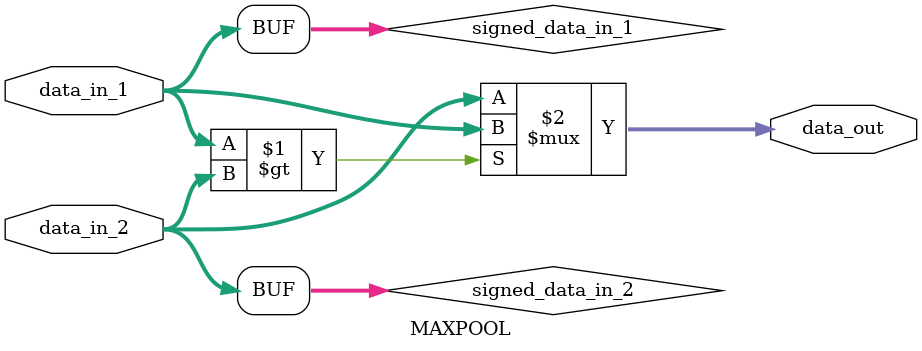
<source format=v>

`timescale 1 ns / 1 ps
module MAXPOOL #(
    parameter DATA_WIDTH = 16
) (
    input  [DATA_WIDTH - 1 : 0] data_in_1 , 
    input  [DATA_WIDTH - 1 : 0] data_in_2 , 
    output [DATA_WIDTH - 1 : 0] data_out  
);

    wire signed [DATA_WIDTH - 1 : 0] signed_data_in_1 = data_in_1;
    wire signed [DATA_WIDTH - 1 : 0] signed_data_in_2 = data_in_2;

    assign data_out = (signed_data_in_1 > signed_data_in_2) ? data_in_1 : data_in_2;

endmodule

</source>
